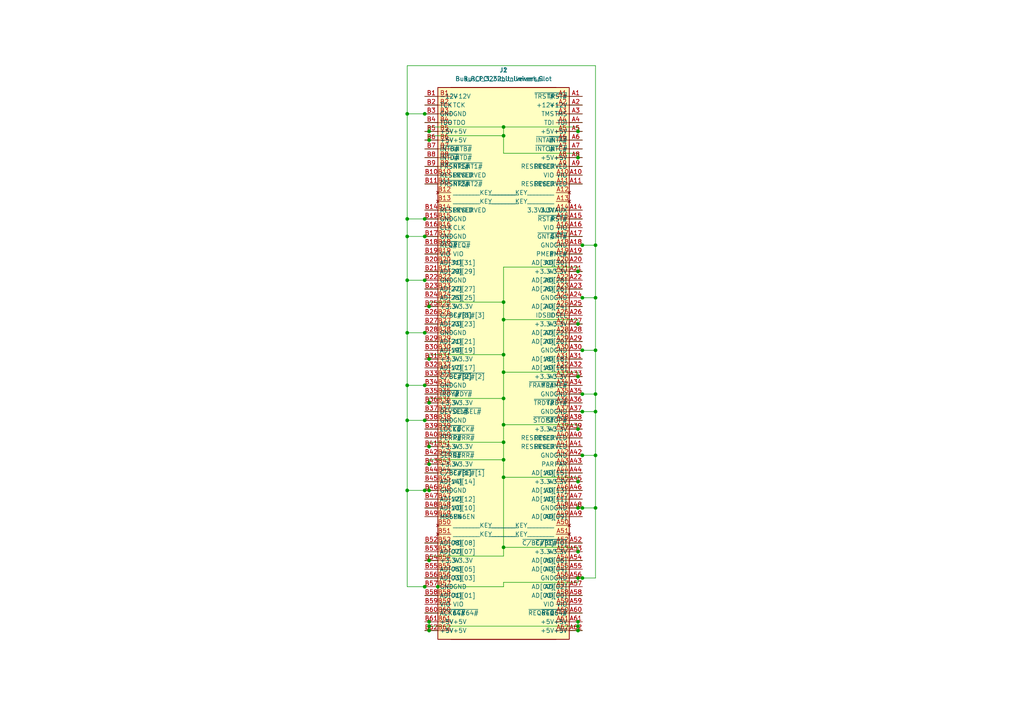
<source format=kicad_sch>
(kicad_sch (version 20250114) (generator "eeschema") (generator_version "9.0")
  (paper "A4")
  (lib_symbols
    (symbol "Connector:Bus_PCI_32bit_Universal"
      (property "Reference" "J" (at 0 80.01 0))
      (property "Value" "Bus_PCI_32bit_Universal" (at 0 -82.55 0))
      (symbol "Bus_PCI_32bit_Universal_0_1"
        (rectangle (start -19.05 78.74) (end 19.05 -81.28) (stroke (width 0.254)) (fill (type background)))
      )
      (symbol "Bus_PCI_32bit_Universal_1_1"
        (pin power_in line (at -22.86 76.2 0) (length 3.81) (name "-12V") (number "B1"))
        (pin output line (at -22.86 73.66 0) (length 3.81) (name "TCK") (number "B2"))
        (pin power_in line (at -22.86 71.12 0) (length 3.81) (name "GND") (number "B3"))
        (pin input line (at -22.86 68.58 0) (length 3.81) (name "TDO") (number "B4"))
        (pin power_in line (at -22.86 66.04 0) (length 3.81) (name "+5V") (number "B5"))
        (pin power_in line (at -22.86 63.5 0) (length 3.81) (name "+5V") (number "B6"))
        (pin input line (at -22.86 60.96 0) (length 3.81) (name "~{INTB#}") (number "B7"))
        (pin input line (at -22.86 58.42 0) (length 3.81) (name "~{INTD#}") (number "B8"))
        (pin input line (at -22.86 55.88 0) (length 3.81) (name "~{PRSNT1#}") (number "B9"))
        (pin passive line (at -22.86 53.34 0) (length 3.81) (name "RESERVED") (number "B10"))
        (pin input line (at -22.86 50.8 0) (length 3.81) (name "~{PRSNT2#}") (number "B11"))
        (pin passive line (at -22.86 43.18 0) (length 3.81) (name "RESERVED") (number "B14"))
        (pin power_in line (at -22.86 40.64 0) (length 3.81) (name "GND") (number "B15"))
        (pin output line (at -22.86 38.1 0) (length 3.81) (name "CLK") (number "B16"))
        (pin power_in line (at -22.86 35.56 0) (length 3.81) (name "GND") (number "B17"))
        (pin bidirectional line (at -22.86 33.02 0) (length 3.81) (name "~{REQ#}") (number "B18"))
        (pin power_in line (at -22.86 30.48 0) (length 3.81) (name "VIO") (number "B19"))
        (pin bidirectional line (at -22.86 27.94 0) (length 3.81) (name "AD[31]") (number "B20"))
        (pin bidirectional line (at -22.86 25.4 0) (length 3.81) (name "AD[29]") (number "B21"))
        (pin power_in line (at -22.86 22.86 0) (length 3.81) (name "GND") (number "B22"))
        (pin bidirectional line (at -22.86 20.32 0) (length 3.81) (name "AD[27]") (number "B23"))
        (pin bidirectional line (at -22.86 17.78 0) (length 3.81) (name "AD[25]") (number "B24"))
        (pin power_in line (at -22.86 15.24 0) (length 3.81) (name "+3.3V") (number "B25"))
        (pin bidirectional line (at -22.86 12.7 0) (length 3.81) (name "C/BE#[3]") (number "B26"))
        (pin bidirectional line (at -22.86 10.16 0) (length 3.81) (name "AD[23]") (number "B27"))
        (pin power_in line (at -22.86 7.62 0) (length 3.81) (name "GND") (number "B28"))
        (pin bidirectional line (at -22.86 5.08 0) (length 3.81) (name "AD[21]") (number "B29"))
        (pin bidirectional line (at -22.86 2.54 0) (length 3.81) (name "AD[19]") (number "B30"))
        (pin power_in line (at -22.86 0 0) (length 3.81) (name "+3.3V") (number "B31"))
        (pin bidirectional line (at -22.86 -2.54 0) (length 3.81) (name "AD[17]") (number "B32"))
        (pin bidirectional line (at -22.86 -5.08 0) (length 3.81) (name "~{C/BE#[2]}") (number "B33"))
        (pin power_in line (at -22.86 -7.62 0) (length 3.81) (name "GND") (number "B34"))
        (pin bidirectional line (at -22.86 -10.16 0) (length 3.81) (name "~{IRDY#}") (number "B35"))
        (pin power_in line (at -22.86 -12.7 0) (length 3.81) (name "+3.3V") (number "B36"))
        (pin bidirectional line (at -22.86 -15.24 0) (length 3.81) (name "~{DEVSEL#}") (number "B37"))
        (pin power_in line (at -22.86 -17.78 0) (length 3.81) (name "GND") (number "B38"))
        (pin bidirectional line (at -22.86 -20.32 0) (length 3.81) (name "~{LOCK#}") (number "B39"))
        (pin bidirectional line (at -22.86 -22.86 0) (length 3.81) (name "~{PERR#}") (number "B40"))
        (pin power_in line (at -22.86 -25.4 0) (length 3.81) (name "+3.3V") (number "B41"))
        (pin input line (at -22.86 -27.94 0) (length 3.81) (name "~{SERR#}") (number "B42"))
        (pin power_in line (at -22.86 -30.48 0) (length 3.81) (name "+3.3V") (number "B43"))
        (pin bidirectional line (at -22.86 -33.02 0) (length 3.81) (name "~{C/BE#[1]}") (number "B44"))
        (pin bidirectional line (at -22.86 -35.56 0) (length 3.81) (name "AD[14]") (number "B45"))
        (pin power_in line (at -22.86 -38.1 0) (length 3.81) (name "GND") (number "B46"))
        (pin bidirectional line (at -22.86 -40.64 0) (length 3.81) (name "AD[12]") (number "B47"))
        (pin bidirectional line (at -22.86 -43.18 0) (length 3.81) (name "AD[10]") (number "B48"))
        (pin power_in line (at -22.86 -45.72 0) (length 3.81) (name "M66EN") (number "B49"))
        (pin bidirectional line (at -22.86 -53.34 0) (length 3.81) (name "AD[08]") (number "B52"))
        (pin bidirectional line (at -22.86 -55.88 0) (length 3.81) (name "AD[07]") (number "B53"))
        (pin input line (at -22.86 -58.42 0) (length 3.81) (name "+3.3V") (number "B54"))
        (pin bidirectional line (at -22.86 -60.96 0) (length 3.81) (name "AD[05]") (number "B55"))
        (pin bidirectional line (at -22.86 -63.5 0) (length 3.81) (name "AD[03]") (number "B56"))
        (pin power_in line (at -22.86 -66.04 0) (length 3.81) (name "GND") (number "B57"))
        (pin bidirectional line (at -22.86 -68.58 0) (length 3.81) (name "AD[01]") (number "B58"))
        (pin power_in line (at -22.86 -71.12 0) (length 3.81) (name "VIO") (number "B59"))
        (pin bidirectional line (at -22.86 -73.66 0) (length 3.81) (name "~{ACK64#}") (number "B60"))
        (pin power_in line (at -22.86 -76.2 0) (length 3.81) (name "+5V") (number "B61"))
        (pin power_in line (at -22.86 -78.74 0) (length 3.81) (name "+5V") (number "B62"))
        (pin output line (at 22.86 76.2 180) (length 3.81) (name "~{TRST#}") (number "A1"))
        (pin power_in line (at 22.86 73.66 180) (length 3.81) (name "+12V") (number "A2"))
        (pin output line (at 22.86 71.12 180) (length 3.81) (name "TMS") (number "A3"))
        (pin output line (at 22.86 68.58 180) (length 3.81) (name "TDI") (number "A4"))
        (pin power_in line (at 22.86 66.04 180) (length 3.81) (name "+5V") (number "A5"))
        (pin input line (at 22.86 63.5 180) (length 3.81) (name "~{INTA#}") (number "A6"))
        (pin input line (at 22.86 60.96 180) (length 3.81) (name "~{INTC#}") (number "A7"))
        (pin power_in line (at 22.86 58.42 180) (length 3.81) (name "+5V") (number "A8"))
        (pin passive line (at 22.86 55.88 180) (length 3.81) (name "RESERVED") (number "A9"))
        (pin power_in line (at 22.86 53.34 180) (length 3.81) (name "VIO") (number "A10"))
        (pin passive line (at 22.86 50.8 180) (length 3.81) (name "RESERVED") (number "A11"))
        (pin passive line (at 22.86 43.18 180) (length 3.81) (name "3.3VAUX") (number "A14"))
        (pin output line (at 22.86 40.64 180) (length 3.81) (name "~{RST#}") (number "A15"))
        (pin power_in line (at 22.86 38.1 180) (length 3.81) (name "VIO") (number "A16"))
        (pin bidirectional line (at 22.86 35.56 180) (length 3.81) (name "~{GNT#}") (number "A17"))
        (pin power_in line (at 22.86 33.02 180) (length 3.81) (name "GND") (number "A18"))
        (pin passive line (at 22.86 30.48 180) (length 3.81) (name "PME#") (number "A19"))
        (pin bidirectional line (at 22.86 27.94 180) (length 3.81) (name "AD[30]") (number "A20"))
        (pin power_in line (at 22.86 25.4 180) (length 3.81) (name "+3.3V") (number "A21"))
        (pin bidirectional line (at 22.86 22.86 180) (length 3.81) (name "AD[28]") (number "A22"))
        (pin bidirectional line (at 22.86 20.32 180) (length 3.81) (name "AD[26]") (number "A23"))
        (pin power_in line (at 22.86 17.78 180) (length 3.81) (name "GND") (number "A24"))
        (pin bidirectional line (at 22.86 15.24 180) (length 3.81) (name "AD[24]") (number "A25"))
        (pin output line (at 22.86 12.7 180) (length 3.81) (name "IDSEL") (number "A26"))
        (pin power_in line (at 22.86 10.16 180) (length 3.81) (name "+3.3V") (number "A27"))
        (pin bidirectional line (at 22.86 7.62 180) (length 3.81) (name "AD[22]") (number "A28"))
        (pin bidirectional line (at 22.86 5.08 180) (length 3.81) (name "AD[20]") (number "A29"))
        (pin power_in line (at 22.86 2.54 180) (length 3.81) (name "GND") (number "A30"))
        (pin bidirectional line (at 22.86 0 180) (length 3.81) (name "AD[18]") (number "A31"))
        (pin bidirectional line (at 22.86 -2.54 180) (length 3.81) (name "AD[16]") (number "A32"))
        (pin power_in line (at 22.86 -5.08 180) (length 3.81) (name "+3.3V") (number "A33"))
        (pin bidirectional line (at 22.86 -7.62 180) (length 3.81) (name "~{FRAME#}") (number "A34"))
        (pin power_in line (at 22.86 -10.16 180) (length 3.81) (name "GND") (number "A35"))
        (pin bidirectional line (at 22.86 -12.7 180) (length 3.81) (name "~{TRDY#}") (number "A36"))
        (pin power_in line (at 22.86 -15.24 180) (length 3.81) (name "GND") (number "A37"))
        (pin bidirectional line (at 22.86 -17.78 180) (length 3.81) (name "~{STOP#}") (number "A38"))
        (pin power_in line (at 22.86 -20.32 180) (length 3.81) (name "+3.3V") (number "A39"))
        (pin bidirectional line (at 22.86 -22.86 180) (length 3.81) (name "RESERVED") (number "A40"))
        (pin bidirectional line (at 22.86 -25.4 180) (length 3.81) (name "RESERVED") (number "A41"))
        (pin power_in line (at 22.86 -27.94 180) (length 3.81) (name "GND") (number "A42"))
        (pin bidirectional line (at 22.86 -30.48 180) (length 3.81) (name "PAR") (number "A43"))
        (pin bidirectional line (at 22.86 -33.02 180) (length 3.81) (name "AD[15]") (number "A44"))
        (pin power_in line (at 22.86 -35.56 180) (length 3.81) (name "+3.3V") (number "A45"))
        (pin bidirectional line (at 22.86 -38.1 180) (length 3.81) (name "AD[13]") (number "A46"))
        (pin bidirectional line (at 22.86 -40.64 180) (length 3.81) (name "AD[11]") (number "A47"))
        (pin power_in line (at 22.86 -43.18 180) (length 3.81) (name "GND") (number "A48"))
        (pin bidirectional line (at 22.86 -45.72 180) (length 3.81) (name "AD[09]") (number "A49"))
        (pin bidirectional line (at 22.86 -53.34 180) (length 3.81) (name "~{C/BE#[0]}") (number "A52"))
        (pin power_in line (at 22.86 -55.88 180) (length 3.81) (name "+3.3V") (number "A53"))
        (pin bidirectional line (at 22.86 -58.42 180) (length 3.81) (name "AD[06]") (number "A54"))
        (pin bidirectional line (at 22.86 -60.96 180) (length 3.81) (name "AD[04]") (number "A55"))
        (pin power_in line (at 22.86 -63.5 180) (length 3.81) (name "GND") (number "A56"))
        (pin bidirectional line (at 22.86 -66.04 180) (length 3.81) (name "AD[02]") (number "A57"))
        (pin bidirectional line (at 22.86 -68.58 180) (length 3.81) (name "AD[00]") (number "A58"))
        (pin power_in line (at 22.86 -71.12 180) (length 3.81) (name "VIO") (number "A59"))
        (pin bidirectional line (at 22.86 -73.66 180) (length 3.81) (name "~{REQ64#}") (number "A60"))
        (pin power_in line (at 22.86 -76.2 180) (length 3.81) (name "+5V") (number "A61"))
        (pin power_in line (at 22.86 -78.74 180) (length 3.81) (name "+5V") (number "A62"))
      )
    )
    (symbol "DFT:Bus_PCI_32bit_Universal"
      (property "Reference" "J1" (at 3.81 83.82 0))
      (property "Value" "Bus_PCI_32bit_Universal_Slot" (at -3.81 81.28 0))
      (symbol "Bus_PCI_32bit_Universal_0_1"
        (rectangle (start -15.24 78.74) (end 15.24 -81.28) (stroke (width 0.254)) (fill (type background)))
      )
      (symbol "Bus_PCI_32bit_Universal_1_1"
        (pin power_in line (at -19.05 76.2 0) (length 3.81) (name "-12V") (number "B1"))
        (pin output line (at -19.05 73.66 0) (length 3.81) (name "TCK") (number "B2"))
        (pin power_in line (at -19.05 71.12 0) (length 3.81) (name "GND") (number "B3"))
        (pin input line (at -19.05 68.58 0) (length 3.81) (name "TDO") (number "B4"))
        (pin power_in line (at -19.05 66.04 0) (length 3.81) (name "+5V") (number "B5"))
        (pin power_in line (at -19.05 63.5 0) (length 3.81) (name "+5V") (number "B6"))
        (pin input line (at -19.05 60.96 0) (length 3.81) (name "~{INTB#}") (number "B7"))
        (pin input line (at -19.05 58.42 0) (length 3.81) (name "~{INTD#}") (number "B8"))
        (pin input line (at -19.05 55.88 0) (length 3.81) (name "~{PRSNT1#}") (number "B9"))
        (pin passive line (at -19.05 53.34 0) (length 3.81) (name "RESERVED") (number "B10"))
        (pin input line (at -19.05 50.8 0) (length 3.81) (name "~{PRSNT2#}") (number "B11"))
        (pin no_connect line (at -19.05 48.26 0) (length 3.81) (name "________KEY________") (number "B12"))
        (pin no_connect line (at -19.05 45.72 0) (length 3.81) (name "________KEY________") (number "B13"))
        (pin passive line (at -19.05 43.18 0) (length 3.81) (name "RESERVED") (number "B14"))
        (pin power_in line (at -19.05 40.64 0) (length 3.81) (name "GND") (number "B15"))
        (pin output line (at -19.05 38.1 0) (length 3.81) (name "CLK") (number "B16"))
        (pin power_in line (at -19.05 35.56 0) (length 3.81) (name "GND") (number "B17"))
        (pin bidirectional line (at -19.05 33.02 0) (length 3.81) (name "~{REQ#}") (number "B18"))
        (pin power_in line (at -19.05 30.48 0) (length 3.81) (name "VIO") (number "B19"))
        (pin bidirectional line (at -19.05 27.94 0) (length 3.81) (name "AD[31]") (number "B20"))
        (pin bidirectional line (at -19.05 25.4 0) (length 3.81) (name "AD[29]") (number "B21"))
        (pin power_in line (at -19.05 22.86 0) (length 3.81) (name "GND") (number "B22"))
        (pin bidirectional line (at -19.05 20.32 0) (length 3.81) (name "AD[27]") (number "B23"))
        (pin bidirectional line (at -19.05 17.78 0) (length 3.81) (name "AD[25]") (number "B24"))
        (pin power_in line (at -19.05 15.24 0) (length 3.81) (name "+3.3V") (number "B25"))
        (pin bidirectional line (at -19.05 12.7 0) (length 3.81) (name "C/BE#[3]") (number "B26"))
        (pin bidirectional line (at -19.05 10.16 0) (length 3.81) (name "AD[23]") (number "B27"))
        (pin power_in line (at -19.05 7.62 0) (length 3.81) (name "GND") (number "B28"))
        (pin bidirectional line (at -19.05 5.08 0) (length 3.81) (name "AD[21]") (number "B29"))
        (pin bidirectional line (at -19.05 2.54 0) (length 3.81) (name "AD[19]") (number "B30"))
        (pin power_in line (at -19.05 0 0) (length 3.81) (name "+3.3V") (number "B31"))
        (pin bidirectional line (at -19.05 -2.54 0) (length 3.81) (name "AD[17]") (number "B32"))
        (pin bidirectional line (at -19.05 -5.08 0) (length 3.81) (name "~{C/BE#[2]}") (number "B33"))
        (pin power_in line (at -19.05 -7.62 0) (length 3.81) (name "GND") (number "B34"))
        (pin bidirectional line (at -19.05 -10.16 0) (length 3.81) (name "~{IRDY#}") (number "B35"))
        (pin power_in line (at -19.05 -12.7 0) (length 3.81) (name "+3.3V") (number "B36"))
        (pin bidirectional line (at -19.05 -15.24 0) (length 3.81) (name "~{DEVSEL#}") (number "B37"))
        (pin power_in line (at -19.05 -17.78 0) (length 3.81) (name "GND") (number "B38"))
        (pin bidirectional line (at -19.05 -20.32 0) (length 3.81) (name "~{LOCK#}") (number "B39"))
        (pin bidirectional line (at -19.05 -22.86 0) (length 3.81) (name "~{PERR#}") (number "B40"))
        (pin power_in line (at -19.05 -25.4 0) (length 3.81) (name "+3.3V") (number "B41"))
        (pin input line (at -19.05 -27.94 0) (length 3.81) (name "~{SERR#}") (number "B42"))
        (pin power_in line (at -19.05 -30.48 0) (length 3.81) (name "+3.3V") (number "B43"))
        (pin bidirectional line (at -19.05 -33.02 0) (length 3.81) (name "~{C/BE#[1]}") (number "B44"))
        (pin bidirectional line (at -19.05 -35.56 0) (length 3.81) (name "AD[14]") (number "B45"))
        (pin power_in line (at -19.05 -38.1 0) (length 3.81) (name "GND") (number "B46"))
        (pin bidirectional line (at -19.05 -40.64 0) (length 3.81) (name "AD[12]") (number "B47"))
        (pin bidirectional line (at -19.05 -43.18 0) (length 3.81) (name "AD[10]") (number "B48"))
        (pin power_in line (at -19.05 -45.72 0) (length 3.81) (name "M66EN") (number "B49"))
        (pin no_connect line (at -19.05 -48.26 0) (length 3.81) (name "________KEY________") (number "B50"))
        (pin no_connect line (at -19.05 -50.8 0) (length 3.81) (name "________KEY________") (number "B51"))
        (pin bidirectional line (at -19.05 -53.34 0) (length 3.81) (name "AD[08]") (number "B52"))
        (pin bidirectional line (at -19.05 -55.88 0) (length 3.81) (name "AD[07]") (number "B53"))
        (pin input line (at -19.05 -58.42 0) (length 3.81) (name "+3.3V") (number "B54"))
        (pin bidirectional line (at -19.05 -60.96 0) (length 3.81) (name "AD[05]") (number "B55"))
        (pin bidirectional line (at -19.05 -63.5 0) (length 3.81) (name "AD[03]") (number "B56"))
        (pin power_in line (at -19.05 -66.04 0) (length 3.81) (name "GND") (number "B57"))
        (pin bidirectional line (at -19.05 -68.58 0) (length 3.81) (name "AD[01]") (number "B58"))
        (pin power_in line (at -19.05 -71.12 0) (length 3.81) (name "VIO") (number "B59"))
        (pin bidirectional line (at -19.05 -73.66 0) (length 3.81) (name "~{ACK64#}") (number "B60"))
        (pin power_in line (at -19.05 -76.2 0) (length 3.81) (name "+5V") (number "B61"))
        (pin power_in line (at -19.05 -78.74 0) (length 3.81) (name "+5V") (number "B62"))
        (pin output line (at 19.05 76.2 180) (length 3.81) (name "~{TRST#}") (number "A1"))
        (pin power_in line (at 19.05 73.66 180) (length 3.81) (name "+12V") (number "A2"))
        (pin output line (at 19.05 71.12 180) (length 3.81) (name "TMS") (number "A3"))
        (pin output line (at 19.05 68.58 180) (length 3.81) (name "TDI") (number "A4"))
        (pin power_in line (at 19.05 66.04 180) (length 3.81) (name "+5V") (number "A5"))
        (pin input line (at 19.05 63.5 180) (length 3.81) (name "~{INTA#}") (number "A6"))
        (pin input line (at 19.05 60.96 180) (length 3.81) (name "~{INTC#}") (number "A7"))
        (pin power_in line (at 19.05 58.42 180) (length 3.81) (name "+5V") (number "A8"))
        (pin passive line (at 19.05 55.88 180) (length 3.81) (name "RESERVED") (number "A9"))
        (pin power_in line (at 19.05 53.34 180) (length 3.81) (name "VIO") (number "A10"))
        (pin passive line (at 19.05 50.8 180) (length 3.81) (name "RESERVED") (number "A11"))
        (pin no_connect line (at 19.05 48.26 180) (length 3.81) (name "________KEY________") (number "A12"))
        (pin no_connect line (at 19.05 45.72 180) (length 3.81) (name "________KEY________") (number "A13"))
        (pin passive line (at 19.05 43.18 180) (length 3.81) (name "3.3VAUX") (number "A14"))
        (pin output line (at 19.05 40.64 180) (length 3.81) (name "~{RST#}") (number "A15"))
        (pin power_in line (at 19.05 38.1 180) (length 3.81) (name "VIO") (number "A16"))
        (pin bidirectional line (at 19.05 35.56 180) (length 3.81) (name "~{GNT#}") (number "A17"))
        (pin power_in line (at 19.05 33.02 180) (length 3.81) (name "GND") (number "A18"))
        (pin passive line (at 19.05 30.48 180) (length 3.81) (name "PME#") (number "A19"))
        (pin bidirectional line (at 19.05 27.94 180) (length 3.81) (name "AD[30]") (number "A20"))
        (pin power_in line (at 19.05 25.4 180) (length 3.81) (name "+3.3V") (number "A21"))
        (pin bidirectional line (at 19.05 22.86 180) (length 3.81) (name "AD[28]") (number "A22"))
        (pin bidirectional line (at 19.05 20.32 180) (length 3.81) (name "AD[26]") (number "A23"))
        (pin power_in line (at 19.05 17.78 180) (length 3.81) (name "GND") (number "A24"))
        (pin bidirectional line (at 19.05 15.24 180) (length 3.81) (name "AD[24]") (number "A25"))
        (pin output line (at 19.05 12.7 180) (length 3.81) (name "IDSEL") (number "A26"))
        (pin power_in line (at 19.05 10.16 180) (length 3.81) (name "+3.3V") (number "A27"))
        (pin bidirectional line (at 19.05 7.62 180) (length 3.81) (name "AD[22]") (number "A28"))
        (pin bidirectional line (at 19.05 5.08 180) (length 3.81) (name "AD[20]") (number "A29"))
        (pin power_in line (at 19.05 2.54 180) (length 3.81) (name "GND") (number "A30"))
        (pin bidirectional line (at 19.05 0 180) (length 3.81) (name "AD[18]") (number "A31"))
        (pin bidirectional line (at 19.05 -2.54 180) (length 3.81) (name "AD[16]") (number "A32"))
        (pin power_in line (at 19.05 -5.08 180) (length 3.81) (name "+3.3V") (number "A33"))
        (pin bidirectional line (at 19.05 -7.62 180) (length 3.81) (name "~{FRAME#}") (number "A34"))
        (pin power_in line (at 19.05 -10.16 180) (length 3.81) (name "GND") (number "A35"))
        (pin bidirectional line (at 19.05 -12.7 180) (length 3.81) (name "~{TRDY#}") (number "A36"))
        (pin power_in line (at 19.05 -15.24 180) (length 3.81) (name "GND") (number "A37"))
        (pin bidirectional line (at 19.05 -17.78 180) (length 3.81) (name "~{STOP#}") (number "A38"))
        (pin power_in line (at 19.05 -20.32 180) (length 3.81) (name "+3.3V") (number "A39"))
        (pin bidirectional line (at 19.05 -22.86 180) (length 3.81) (name "RESERVED") (number "A40"))
        (pin bidirectional line (at 19.05 -25.4 180) (length 3.81) (name "RESERVED") (number "A41"))
        (pin power_in line (at 19.05 -27.94 180) (length 3.81) (name "GND") (number "A42"))
        (pin bidirectional line (at 19.05 -30.48 180) (length 3.81) (name "PAR") (number "A43"))
        (pin bidirectional line (at 19.05 -33.02 180) (length 3.81) (name "AD[15]") (number "A44"))
        (pin power_in line (at 19.05 -35.56 180) (length 3.81) (name "+3.3V") (number "A45"))
        (pin bidirectional line (at 19.05 -38.1 180) (length 3.81) (name "AD[13]") (number "A46"))
        (pin bidirectional line (at 19.05 -40.64 180) (length 3.81) (name "AD[11]") (number "A47"))
        (pin power_in line (at 19.05 -43.18 180) (length 3.81) (name "GND") (number "A48"))
        (pin bidirectional line (at 19.05 -45.72 180) (length 3.81) (name "AD[09]") (number "A49"))
        (pin no_connect line (at 19.05 -48.26 180) (length 3.81) (name "________KEY________") (number "A50"))
        (pin no_connect line (at 19.05 -50.8 180) (length 3.81) (name "________KEY________") (number "A51"))
        (pin bidirectional line (at 19.05 -53.34 180) (length 3.81) (name "~{C/BE#[0]}") (number "A52"))
        (pin power_in line (at 19.05 -55.88 180) (length 3.81) (name "+3.3V") (number "A53"))
        (pin bidirectional line (at 19.05 -58.42 180) (length 3.81) (name "AD[06]") (number "A54"))
        (pin bidirectional line (at 19.05 -60.96 180) (length 3.81) (name "AD[04]") (number "A55"))
        (pin power_in line (at 19.05 -63.5 180) (length 3.81) (name "GND") (number "A56"))
        (pin bidirectional line (at 19.05 -66.04 180) (length 3.81) (name "AD[02]") (number "A57"))
        (pin bidirectional line (at 19.05 -68.58 180) (length 3.81) (name "AD[00]") (number "A58"))
        (pin power_in line (at 19.05 -71.12 180) (length 3.81) (name "VIO") (number "A59"))
        (pin bidirectional line (at 19.05 -73.66 180) (length 3.81) (name "~{REQ64#}") (number "A60"))
        (pin power_in line (at 19.05 -76.2 180) (length 3.81) (name "+5V") (number "A61"))
        (pin power_in line (at 19.05 -78.74 180) (length 3.81) (name "+5V") (number "A62"))
      )
    )
  )
  (junction (at 118.11 81.28))
  (junction (at 146.05 92.71))
  (junction (at 172.72 114.3))
  (junction (at 118.11 121.92))
  (junction (at 124.46 134.62))
  (junction (at 124.46 181.61))
  (junction (at 146.05 123.19))
  (junction (at 123.19 111.76))
  (junction (at 118.11 68.58))
  (junction (at 167.64 180.34))
  (junction (at 172.72 86.36))
  (junction (at 167.64 124.46))
  (junction (at 127 170.18))
  (junction (at 172.72 71.12))
  (junction (at 167.64 38.1))
  (junction (at 123.19 170.18))
  (junction (at 172.72 147.32))
  (junction (at 168.91 132.08))
  (junction (at 172.72 101.6))
  (junction (at 168.91 86.36))
  (junction (at 168.91 167.64))
  (junction (at 118.11 96.52))
  (junction (at 172.72 132.08))
  (junction (at 146.05 133.35))
  (junction (at 124.46 104.14))
  (junction (at 123.19 33.02))
  (junction (at 118.11 111.76))
  (junction (at 146.05 39.37))
  (junction (at 167.64 78.74))
  (junction (at 124.46 182.88))
  (junction (at 146.05 128.27))
  (junction (at 146.05 87.63))
  (junction (at 146.05 107.95))
  (junction (at 123.19 121.92))
  (junction (at 168.91 119.38))
  (junction (at 124.46 40.64))
  (junction (at 124.46 162.56))
  (junction (at 172.72 119.38))
  (junction (at 167.64 160.02))
  (junction (at 146.05 158.75))
  (junction (at 123.19 96.52))
  (junction (at 124.46 38.1))
  (junction (at 167.64 45.72))
  (junction (at 124.46 142.24))
  (junction (at 124.46 180.34))
  (junction (at 168.91 71.12))
  (junction (at 118.11 142.24))
  (junction (at 123.19 68.58))
  (junction (at 146.05 115.57))
  (junction (at 167.64 93.98))
  (junction (at 167.64 147.32))
  (junction (at 118.11 63.5))
  (junction (at 167.64 139.7))
  (junction (at 123.19 63.5))
  (junction (at 168.91 114.3))
  (junction (at 118.11 33.02))
  (junction (at 167.64 182.88))
  (junction (at 123.19 142.24))
  (junction (at 168.91 147.32))
  (junction (at 167.64 167.64))
  (junction (at 124.46 129.54))
  (junction (at 146.05 36.83))
  (junction (at 124.46 88.9))
  (junction (at 146.05 138.43))
  (junction (at 168.91 101.6))
  (junction (at 124.46 116.84))
  (junction (at 167.64 109.22))
  (junction (at 167.64 181.61))
  (junction (at 146.05 102.87))
  (junction (at 123.19 81.28))
  (wire (pts (xy 165.1 91.44) (xy 168.91 91.44)))
  (wire (pts (xy 127 96.52) (xy 123.19 96.52)))
  (wire (pts (xy 146.05 133.35) (xy 146.05 138.43)))
  (wire (pts (xy 167.64 180.34) (xy 168.91 180.34)))
  (wire (pts (xy 127 114.3) (xy 123.19 114.3)))
  (wire (pts (xy 165.1 88.9) (xy 168.91 88.9)))
  (wire (pts (xy 167.64 147.32) (xy 167.64 146.05)))
  (wire (pts (xy 165.1 40.64) (xy 168.91 40.64)))
  (wire (pts (xy 127 45.72) (xy 123.19 45.72)))
  (wire (pts (xy 123.19 170.18) (xy 118.11 170.18)))
  (wire (pts (xy 172.72 86.36) (xy 172.72 101.6)))
  (wire (pts (xy 165.1 63.5) (xy 168.91 63.5)))
  (wire (pts (xy 165.1 165.1) (xy 168.91 165.1)))
  (wire (pts (xy 167.64 45.72) (xy 167.64 44.45)))
  (wire (pts (xy 172.72 132.08) (xy 172.72 119.38)))
  (wire (pts (xy 127 60.96) (xy 123.19 60.96)))
  (wire (pts (xy 127 38.1) (xy 124.46 38.1)))
  (wire (pts (xy 165.1 50.8) (xy 168.91 50.8)))
  (wire (pts (xy 127 88.9) (xy 124.46 88.9)))
  (wire (pts (xy 127 111.76) (xy 123.19 111.76)))
  (wire (pts (xy 123.19 33.02) (xy 118.11 33.02)))
  (wire (pts (xy 124.46 38.1) (xy 123.19 38.1)))
  (wire (pts (xy 165.1 109.22) (xy 167.64 109.22)))
  (wire (pts (xy 165.1 147.32) (xy 167.64 147.32)))
  (wire (pts (xy 146.05 44.45) (xy 146.05 39.37)))
  (wire (pts (xy 165.1 104.14) (xy 168.91 104.14)))
  (wire (pts (xy 146.05 92.71) (xy 146.05 102.87)))
  (wire (pts (xy 127 149.86) (xy 123.19 149.86)))
  (wire (pts (xy 124.46 38.1) (xy 124.46 36.83)))
  (wire (pts (xy 127 83.82) (xy 123.19 83.82)))
  (wire (pts (xy 172.72 167.64) (xy 172.72 147.32)))
  (wire (pts (xy 124.46 181.61) (xy 124.46 182.88)))
  (wire (pts (xy 146.05 128.27) (xy 146.05 133.35)))
  (wire (pts (xy 118.11 142.24) (xy 118.11 121.92)))
  (wire (pts (xy 167.64 45.72) (xy 168.91 45.72)))
  (wire (pts (xy 165.1 142.24) (xy 168.91 142.24)))
  (wire (pts (xy 127 134.62) (xy 124.46 134.62)))
  (wire (pts (xy 167.64 77.47) (xy 146.05 77.47)))
  (wire (pts (xy 127 73.66) (xy 123.19 73.66)))
  (wire (pts (xy 146.05 168.91) (xy 167.64 168.91)))
  (wire (pts (xy 127 127) (xy 123.19 127)))
  (wire (pts (xy 146.05 158.75) (xy 146.05 138.43)))
  (wire (pts (xy 167.64 167.64) (xy 168.91 167.64)))
  (wire (pts (xy 127 93.98) (xy 123.19 93.98)))
  (wire (pts (xy 123.19 142.24) (xy 118.11 142.24)))
  (wire (pts (xy 127 182.88) (xy 124.46 182.88)))
  (wire (pts (xy 127 66.04) (xy 123.19 66.04)))
  (wire (pts (xy 127 27.94) (xy 123.19 27.94)))
  (wire (pts (xy 165.1 53.34) (xy 168.91 53.34)))
  (wire (pts (xy 127 142.24) (xy 124.46 142.24)))
  (wire (pts (xy 167.64 93.98) (xy 167.64 92.71)))
  (wire (pts (xy 168.91 86.36) (xy 172.72 86.36)))
  (wire (pts (xy 165.1 35.56) (xy 168.91 35.56)))
  (wire (pts (xy 165.1 137.16) (xy 168.91 137.16)))
  (wire (pts (xy 165.1 101.6) (xy 168.91 101.6)))
  (wire (pts (xy 167.64 38.1) (xy 168.91 38.1)))
  (wire (pts (xy 118.11 19.05) (xy 172.72 19.05)))
  (wire (pts (xy 118.11 96.52) (xy 118.11 111.76)))
  (wire (pts (xy 127 43.18) (xy 123.19 43.18)))
  (wire (pts (xy 127 40.64) (xy 124.46 40.64)))
  (wire (pts (xy 165.1 93.98) (xy 167.64 93.98)))
  (wire (pts (xy 172.72 19.05) (xy 172.72 71.12)))
  (wire (pts (xy 146.05 128.27) (xy 146.05 123.19)))
  (wire (pts (xy 167.64 124.46) (xy 168.91 124.46)))
  (wire (pts (xy 167.64 168.91) (xy 167.64 167.64)))
  (wire (pts (xy 124.46 129.54) (xy 124.46 128.27)))
  (wire (pts (xy 124.46 39.37) (xy 146.05 39.37)))
  (wire (pts (xy 124.46 88.9) (xy 124.46 87.63)))
  (wire (pts (xy 124.46 88.9) (xy 123.19 88.9)))
  (wire (pts (xy 172.72 119.38) (xy 168.91 119.38)))
  (wire (pts (xy 124.46 182.88) (xy 123.19 182.88)))
  (wire (pts (xy 127 121.92) (xy 123.19 121.92)))
  (wire (pts (xy 127 129.54) (xy 124.46 129.54)))
  (wire (pts (xy 124.46 104.14) (xy 124.46 102.87)))
  (wire (pts (xy 167.64 160.02) (xy 167.64 158.75)))
  (wire (pts (xy 127 139.7) (xy 123.19 139.7)))
  (wire (pts (xy 146.05 138.43) (xy 167.64 138.43)))
  (wire (pts (xy 118.11 33.02) (xy 118.11 19.05)))
  (wire (pts (xy 165.1 124.46) (xy 167.64 124.46)))
  (wire (pts (xy 124.46 134.62) (xy 123.19 134.62)))
  (wire (pts (xy 165.1 68.58) (xy 168.91 68.58)))
  (wire (pts (xy 118.11 170.18) (xy 118.11 142.24)))
  (wire (pts (xy 127 109.22) (xy 123.19 109.22)))
  (wire (pts (xy 165.1 162.56) (xy 168.91 162.56)))
  (wire (pts (xy 172.72 147.32) (xy 172.72 132.08)))
  (wire (pts (xy 167.64 182.88) (xy 168.91 182.88)))
  (wire (pts (xy 165.1 172.72) (xy 168.91 172.72)))
  (wire (pts (xy 146.05 102.87) (xy 146.05 107.95)))
  (wire (pts (xy 127 177.8) (xy 123.19 177.8)))
  (wire (pts (xy 165.1 177.8) (xy 168.91 177.8)))
  (wire (pts (xy 127 137.16) (xy 123.19 137.16)))
  (wire (pts (xy 127 167.64) (xy 123.19 167.64)))
  (wire (pts (xy 165.1 30.48) (xy 168.91 30.48)))
  (wire (pts (xy 127 172.72) (xy 123.19 172.72)))
  (wire (pts (xy 127 175.26) (xy 123.19 175.26)))
  (wire (pts (xy 127 81.28) (xy 123.19 81.28)))
  (wire (pts (xy 165.1 48.26) (xy 168.91 48.26)))
  (wire (pts (xy 127 91.44) (xy 123.19 91.44)))
  (wire (pts (xy 165.1 83.82) (xy 168.91 83.82)))
  (wire (pts (xy 172.72 101.6) (xy 168.91 101.6)))
  (wire (pts (xy 127 116.84) (xy 124.46 116.84)))
  (wire (pts (xy 167.64 139.7) (xy 168.91 139.7)))
  (wire (pts (xy 165.1 144.78) (xy 168.91 144.78)))
  (wire (pts (xy 172.72 114.3) (xy 172.72 119.38)))
  (wire (pts (xy 124.46 129.54) (xy 123.19 129.54)))
  (wire (pts (xy 127 86.36) (xy 123.19 86.36)))
  (wire (pts (xy 146.05 123.19) (xy 167.64 123.19)))
  (wire (pts (xy 167.64 92.71) (xy 146.05 92.71)))
  (wire (pts (xy 123.19 96.52) (xy 118.11 96.52)))
  (wire (pts (xy 165.1 73.66) (xy 168.91 73.66)))
  (wire (pts (xy 124.46 181.61) (xy 167.64 181.61)))
  (wire (pts (xy 127 106.68) (xy 123.19 106.68)))
  (wire (pts (xy 123.19 68.58) (xy 118.11 68.58)))
  (wire (pts (xy 127 162.56) (xy 124.46 162.56)))
  (wire (pts (xy 165.1 129.54) (xy 168.91 129.54)))
  (wire (pts (xy 124.46 87.63) (xy 146.05 87.63)))
  (wire (pts (xy 172.72 86.36) (xy 172.72 71.12)))
  (wire (pts (xy 165.1 132.08) (xy 168.91 132.08)))
  (wire (pts (xy 165.1 180.34) (xy 167.64 180.34)))
  (wire (pts (xy 124.46 40.64) (xy 123.19 40.64)))
  (wire (pts (xy 127 144.78) (xy 123.19 144.78)))
  (wire (pts (xy 146.05 36.83) (xy 167.64 36.83)))
  (wire (pts (xy 124.46 36.83) (xy 146.05 36.83)))
  (wire (pts (xy 172.72 114.3) (xy 172.72 101.6)))
  (wire (pts (xy 165.1 127) (xy 168.91 127)))
  (wire (pts (xy 146.05 77.47) (xy 146.05 87.63)))
  (wire (pts (xy 124.46 104.14) (xy 123.19 104.14)))
  (wire (pts (xy 167.64 78.74) (xy 168.91 78.74)))
  (wire (pts (xy 127 78.74) (xy 123.19 78.74)))
  (wire (pts (xy 127 48.26) (xy 123.19 48.26)))
  (wire (pts (xy 165.1 81.28) (xy 168.91 81.28)))
  (wire (pts (xy 124.46 161.29) (xy 124.46 162.56)))
  (wire (pts (xy 165.1 99.06) (xy 168.91 99.06)))
  (wire (pts (xy 123.19 111.76) (xy 118.11 111.76)))
  (wire (pts (xy 124.46 142.24) (xy 123.19 142.24)))
  (wire (pts (xy 127 104.14) (xy 124.46 104.14)))
  (wire (pts (xy 127 76.2) (xy 123.19 76.2)))
  (wire (pts (xy 123.19 81.28) (xy 118.11 81.28)))
  (wire (pts (xy 167.64 147.32) (xy 168.91 147.32)))
  (wire (pts (xy 165.1 114.3) (xy 168.91 114.3)))
  (wire (pts (xy 127 33.02) (xy 123.19 33.02)))
  (wire (pts (xy 165.1 66.04) (xy 168.91 66.04)))
  (wire (pts (xy 118.11 81.28) (xy 118.11 96.52)))
  (wire (pts (xy 146.05 87.63) (xy 146.05 92.71)))
  (wire (pts (xy 127 157.48) (xy 123.19 157.48)))
  (wire (pts (xy 118.11 33.02) (xy 118.11 63.5)))
  (wire (pts (xy 124.46 134.62) (xy 124.46 133.35)))
  (wire (pts (xy 165.1 86.36) (xy 168.91 86.36)))
  (wire (pts (xy 127 53.34) (xy 123.19 53.34)))
  (wire (pts (xy 165.1 45.72) (xy 167.64 45.72)))
  (wire (pts (xy 124.46 180.34) (xy 123.19 180.34)))
  (wire (pts (xy 127 132.08) (xy 123.19 132.08)))
  (wire (pts (xy 124.46 102.87) (xy 146.05 102.87)))
  (wire (pts (xy 168.91 114.3) (xy 172.72 114.3)))
  (wire (pts (xy 118.11 111.76) (xy 118.11 121.92)))
  (wire (pts (xy 165.1 170.18) (xy 168.91 170.18)))
  (wire (pts (xy 167.64 93.98) (xy 168.91 93.98)))
  (wire (pts (xy 165.1 121.92) (xy 168.91 121.92)))
  (wire (pts (xy 127 165.1) (xy 123.19 165.1)))
  (wire (pts (xy 124.46 116.84) (xy 124.46 115.57)))
  (wire (pts (xy 124.46 162.56) (xy 123.19 162.56)))
  (wire (pts (xy 165.1 111.76) (xy 168.91 111.76)))
  (wire (pts (xy 168.91 132.08) (xy 172.72 132.08)))
  (wire (pts (xy 172.72 71.12) (xy 168.91 71.12)))
  (wire (pts (xy 146.05 170.18) (xy 146.05 168.91)))
  (wire (pts (xy 165.1 139.7) (xy 167.64 139.7)))
  (wire (pts (xy 127 35.56) (xy 123.19 35.56)))
  (wire (pts (xy 165.1 71.12) (xy 168.91 71.12)))
  (wire (pts (xy 146.05 115.57) (xy 146.05 123.19)))
  (wire (pts (xy 123.19 170.18) (xy 127 170.18)))
  (wire (pts (xy 127 180.34) (xy 124.46 180.34)))
  (wire (pts (xy 127 170.18) (xy 146.05 170.18)))
  (wire (pts (xy 127 71.12) (xy 123.19 71.12)))
  (wire (pts (xy 167.64 109.22) (xy 168.91 109.22)))
  (wire (pts (xy 124.46 128.27) (xy 146.05 128.27)))
  (wire (pts (xy 168.91 167.64) (xy 172.72 167.64)))
  (wire (pts (xy 165.1 134.62) (xy 168.91 134.62)))
  (wire (pts (xy 127 124.46) (xy 123.19 124.46)))
  (wire (pts (xy 168.91 147.32) (xy 172.72 147.32)))
  (wire (pts (xy 123.19 63.5) (xy 118.11 63.5)))
  (wire (pts (xy 124.46 40.64) (xy 124.46 39.37)))
  (wire (pts (xy 127 99.06) (xy 123.19 99.06)))
  (wire (pts (xy 146.05 107.95) (xy 146.05 115.57)))
  (wire (pts (xy 146.05 39.37) (xy 146.05 36.83)))
  (wire (pts (xy 167.64 109.22) (xy 167.64 107.95)))
  (wire (pts (xy 167.64 138.43) (xy 167.64 139.7)))
  (wire (pts (xy 167.64 44.45) (xy 146.05 44.45)))
  (wire (pts (xy 118.11 121.92) (xy 123.19 121.92)))
  (wire (pts (xy 165.1 78.74) (xy 167.64 78.74)))
  (wire (pts (xy 127 30.48) (xy 123.19 30.48)))
  (wire (pts (xy 165.1 106.68) (xy 168.91 106.68)))
  (wire (pts (xy 124.46 133.35) (xy 146.05 133.35)))
  (wire (pts (xy 167.64 36.83) (xy 167.64 38.1)))
  (wire (pts (xy 165.1 76.2) (xy 168.91 76.2)))
  (wire (pts (xy 124.46 180.34) (xy 124.46 181.61)))
  (wire (pts (xy 165.1 167.64) (xy 167.64 167.64)))
  (wire (pts (xy 118.11 63.5) (xy 118.11 68.58)))
  (wire (pts (xy 167.64 158.75) (xy 146.05 158.75)))
  (wire (pts (xy 167.64 180.34) (xy 167.64 181.61)))
  (wire (pts (xy 165.1 43.18) (xy 168.91 43.18)))
  (wire (pts (xy 165.1 116.84) (xy 168.91 116.84)))
  (wire (pts (xy 124.46 115.57) (xy 146.05 115.57)))
  (wire (pts (xy 146.05 158.75) (xy 146.05 161.29)))
  (wire (pts (xy 127 50.8) (xy 123.19 50.8)))
  (wire (pts (xy 127 101.6) (xy 123.19 101.6)))
  (wire (pts (xy 167.64 107.95) (xy 146.05 107.95)))
  (wire (pts (xy 165.1 160.02) (xy 167.64 160.02)))
  (wire (pts (xy 167.64 78.74) (xy 167.64 77.47)))
  (wire (pts (xy 165.1 149.86) (xy 168.91 149.86)))
  (wire (pts (xy 127 63.5) (xy 123.19 63.5)))
  (wire (pts (xy 124.46 140.97) (xy 124.46 142.24)))
  (wire (pts (xy 165.1 182.88) (xy 167.64 182.88)))
  (wire (pts (xy 167.64 123.19) (xy 167.64 124.46)))
  (wire (pts (xy 127 147.32) (xy 123.19 147.32)))
  (wire (pts (xy 167.64 181.61) (xy 167.64 182.88)))
  (wire (pts (xy 165.1 157.48) (xy 168.91 157.48)))
  (wire (pts (xy 165.1 38.1) (xy 167.64 38.1)))
  (wire (pts (xy 165.1 33.02) (xy 168.91 33.02)))
  (wire (pts (xy 124.46 116.84) (xy 123.19 116.84)))
  (wire (pts (xy 165.1 60.96) (xy 168.91 60.96)))
  (wire (pts (xy 127 68.58) (xy 123.19 68.58)))
  (wire (pts (xy 165.1 27.94) (xy 168.91 27.94)))
  (wire (pts (xy 127 160.02) (xy 123.19 160.02)))
  (wire (pts (xy 118.11 68.58) (xy 118.11 81.28)))
  (wire (pts (xy 165.1 175.26) (xy 168.91 175.26)))
  (wire (pts (xy 165.1 96.52) (xy 168.91 96.52)))
  (wire (pts (xy 165.1 119.38) (xy 168.91 119.38)))
  (wire (pts (xy 127 119.38) (xy 123.19 119.38)))
  (wire (pts (xy 167.64 160.02) (xy 168.91 160.02)))
  (wire (pts (xy 146.05 161.29) (xy 124.46 161.29)))
  (symbol (lib_id "Connector:Bus_PCI_32bit_Universal") (at 146.05 104.14 0) (unit 1)
    (property "Reference" "J1" (at 146.05 20.32 0))
    (property "Value" "Bus_PCI_32bit_Universal" (at 146.05 22.86 0))
    (property "Footprint" "Connector_PCBEdge:BUS_PCI" (effects (hide yes)))
    (property "Datasheet" "http://pinouts.ru/Slots/PCI_pinout.shtml" (effects (hide yes)))
    (property "Description" "PCI bus connector for universal 5V/3.3V cards" (effects (hide yes)))
  )
  (symbol (lib_id "DFT:Bus_PCI_32bit_Universal") (at 146.05 104.14 0) (unit 1)
    (property "Reference" "J2" (at 146.05 20.32 0))
    (property "Value" "Bus_PCI_32bit_Universal_Slot" (at 146.05 22.86 0))
    (property "Footprint" "DFT:ProtoPin_PCI_62" (effects (hide yes)))
    (property "Datasheet" "http://pinouts.ru/Slots/PCI_pinout.shtml" (effects (hide yes)))
    (property "Description" "PCI bus connector for universal 5V/3.3V cards" (effects (hide yes)))
  )
)
</source>
